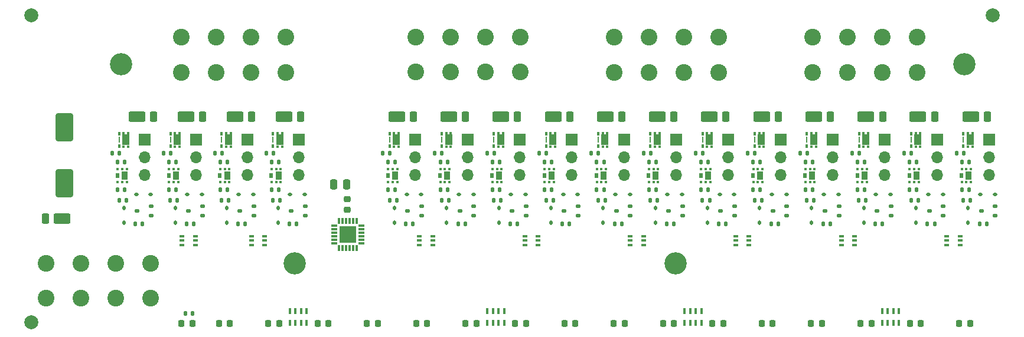
<source format=gbr>
%TF.GenerationSoftware,KiCad,Pcbnew,8.99.0-3338-g9b4c1024c9*%
%TF.CreationDate,2024-12-09T11:14:18+02:00*%
%TF.ProjectId,control_unit_v2_upper,636f6e74-726f-46c5-9f75-6e69745f7632,rev?*%
%TF.SameCoordinates,Original*%
%TF.FileFunction,Soldermask,Top*%
%TF.FilePolarity,Negative*%
%FSLAX46Y46*%
G04 Gerber Fmt 4.6, Leading zero omitted, Abs format (unit mm)*
G04 Created by KiCad (PCBNEW 8.99.0-3338-g9b4c1024c9) date 2024-12-09 11:14:18*
%MOMM*%
%LPD*%
G01*
G04 APERTURE LIST*
G04 Aperture macros list*
%AMRoundRect*
0 Rectangle with rounded corners*
0 $1 Rounding radius*
0 $2 $3 $4 $5 $6 $7 $8 $9 X,Y pos of 4 corners*
0 Add a 4 corners polygon primitive as box body*
4,1,4,$2,$3,$4,$5,$6,$7,$8,$9,$2,$3,0*
0 Add four circle primitives for the rounded corners*
1,1,$1+$1,$2,$3*
1,1,$1+$1,$4,$5*
1,1,$1+$1,$6,$7*
1,1,$1+$1,$8,$9*
0 Add four rect primitives between the rounded corners*
20,1,$1+$1,$2,$3,$4,$5,0*
20,1,$1+$1,$4,$5,$6,$7,0*
20,1,$1+$1,$6,$7,$8,$9,0*
20,1,$1+$1,$8,$9,$2,$3,0*%
G04 Aperture macros list end*
%ADD10C,2.000000*%
%ADD11RoundRect,0.135000X-0.135000X-0.185000X0.135000X-0.185000X0.135000X0.185000X-0.135000X0.185000X0*%
%ADD12R,0.400000X0.350000*%
%ADD13R,1.050000X1.600000*%
%ADD14R,0.400000X0.500000*%
%ADD15R,0.285000X0.920000*%
%ADD16RoundRect,0.135000X0.135000X0.185000X-0.135000X0.185000X-0.135000X-0.185000X0.135000X-0.185000X0*%
%ADD17RoundRect,0.112500X0.237500X-0.112500X0.237500X0.112500X-0.237500X0.112500X-0.237500X-0.112500X0*%
%ADD18C,3.200000*%
%ADD19R,0.400000X0.900000*%
%ADD20RoundRect,0.112500X-0.112500X0.187500X-0.112500X-0.187500X0.112500X-0.187500X0.112500X0.187500X0*%
%ADD21RoundRect,0.218750X0.218750X0.256250X-0.218750X0.256250X-0.218750X-0.256250X0.218750X-0.256250X0*%
%ADD22R,1.700000X1.700000*%
%ADD23O,1.700000X1.700000*%
%ADD24RoundRect,0.112500X-0.187500X-0.112500X0.187500X-0.112500X0.187500X0.112500X-0.187500X0.112500X0*%
%ADD25RoundRect,0.250000X0.950000X0.500000X-0.950000X0.500000X-0.950000X-0.500000X0.950000X-0.500000X0*%
%ADD26RoundRect,0.250000X0.275000X0.500000X-0.275000X0.500000X-0.275000X-0.500000X0.275000X-0.500000X0*%
%ADD27RoundRect,0.250000X-0.250000X-0.475000X0.250000X-0.475000X0.250000X0.475000X-0.250000X0.475000X0*%
%ADD28R,0.400000X0.425000*%
%ADD29R,0.950000X1.150000*%
%ADD30R,0.480000X0.800000*%
%ADD31RoundRect,0.100000X0.225000X0.100000X-0.225000X0.100000X-0.225000X-0.100000X0.225000X-0.100000X0*%
%ADD32RoundRect,0.250000X-0.950000X-0.500000X0.950000X-0.500000X0.950000X0.500000X-0.950000X0.500000X0*%
%ADD33RoundRect,0.250000X-0.275000X-0.500000X0.275000X-0.500000X0.275000X0.500000X-0.275000X0.500000X0*%
%ADD34C,2.400000*%
%ADD35RoundRect,0.218750X-0.218750X-0.256250X0.218750X-0.256250X0.218750X0.256250X-0.218750X0.256250X0*%
%ADD36RoundRect,0.075000X-0.362500X-0.075000X0.362500X-0.075000X0.362500X0.075000X-0.362500X0.075000X0*%
%ADD37RoundRect,0.075000X-0.075000X-0.362500X0.075000X-0.362500X0.075000X0.362500X-0.075000X0.362500X0*%
%ADD38R,2.450000X2.450000*%
%ADD39RoundRect,0.225000X0.250000X-0.225000X0.250000X0.225000X-0.250000X0.225000X-0.250000X-0.225000X0*%
%ADD40RoundRect,0.250000X1.000000X-1.750000X1.000000X1.750000X-1.000000X1.750000X-1.000000X-1.750000X0*%
G04 APERTURE END LIST*
D10*
%TO.C,FID2*%
X62120000Y-61420000D03*
%TD*%
%TO.C,FID3*%
X199910000Y-61420000D03*
%TD*%
%TO.C,FID1*%
X62110000Y-105520000D03*
%TD*%
D11*
%TO.C,R17*%
X142392424Y-81295000D03*
X143412424Y-81295000D03*
%TD*%
D12*
%TO.C,Q5*%
X83343333Y-80320000D03*
X83343333Y-78370000D03*
D13*
X83018333Y-79345000D03*
D12*
X82693333Y-80320000D03*
X82693333Y-78370000D03*
D14*
X82043333Y-78445000D03*
X82043333Y-80245000D03*
D15*
X82043333Y-79345000D03*
%TD*%
D16*
%TO.C,R4*%
X75495000Y-82495000D03*
X74475000Y-82495000D03*
%TD*%
%TO.C,R87*%
X191601060Y-91395000D03*
X190581060Y-91395000D03*
%TD*%
D11*
%TO.C,R7*%
X95775000Y-81295000D03*
X96795000Y-81295000D03*
%TD*%
D16*
%TO.C,R30*%
X114278333Y-82495000D03*
X113258333Y-82495000D03*
%TD*%
D11*
%TO.C,R14*%
X134915151Y-81295000D03*
X135935151Y-81295000D03*
%TD*%
D17*
%TO.C,Q58*%
X155454697Y-90195000D03*
X155454697Y-88895000D03*
X153454697Y-89545000D03*
%TD*%
D18*
%TO.C,H2*%
X99875000Y-97050000D03*
%TD*%
D11*
%TO.C,R10*%
X82033333Y-87995000D03*
X83053333Y-87995000D03*
%TD*%
D19*
%TO.C,RN3*%
X155785000Y-105620000D03*
X156585000Y-105620000D03*
X157385000Y-105620000D03*
X158185000Y-105620000D03*
X158185000Y-103920000D03*
X157385000Y-103920000D03*
X156585000Y-103920000D03*
X155785000Y-103920000D03*
%TD*%
D20*
%TO.C,D44*%
X188941060Y-89145000D03*
X188941060Y-91245000D03*
%TD*%
D16*
%TO.C,R1*%
X78045000Y-91395000D03*
X77025000Y-91395000D03*
%TD*%
D12*
%TO.C,Q11*%
X98060000Y-80320000D03*
X98060000Y-78370000D03*
D13*
X97735000Y-79345000D03*
D12*
X97410000Y-80320000D03*
X97410000Y-78370000D03*
D14*
X96760000Y-78445000D03*
X96760000Y-80245000D03*
D15*
X96760000Y-79345000D03*
%TD*%
D21*
%TO.C,D62*%
X175468000Y-105757500D03*
X173893000Y-105757500D03*
%TD*%
D12*
%TO.C,Q8*%
X90701667Y-80320000D03*
X90701667Y-78370000D03*
D13*
X90376667Y-79345000D03*
D12*
X90051667Y-80320000D03*
X90051667Y-78370000D03*
D14*
X89401667Y-78445000D03*
X89401667Y-80245000D03*
D15*
X89401667Y-79345000D03*
%TD*%
D21*
%TO.C,D63*%
X182543667Y-105757500D03*
X180968667Y-105757500D03*
%TD*%
D16*
%TO.C,R90*%
X189051060Y-82495000D03*
X188031060Y-82495000D03*
%TD*%
D17*
%TO.C,Q54*%
X125545606Y-90195000D03*
X125545606Y-88895000D03*
X123545606Y-89545000D03*
%TD*%
D22*
%TO.C,J11*%
X117168333Y-79295000D03*
D23*
X117168333Y-81835000D03*
X117168333Y-84375000D03*
%TD*%
D24*
%TO.C,D30*%
X153304697Y-87195000D03*
X155404697Y-87195000D03*
%TD*%
D17*
%TO.C,Q57*%
X147977424Y-90195000D03*
X147977424Y-88895000D03*
X145977424Y-89545000D03*
%TD*%
D16*
%TO.C,R44*%
X129232878Y-86495000D03*
X128212878Y-86495000D03*
%TD*%
D11*
%TO.C,R46*%
X135890151Y-87995000D03*
X136910151Y-87995000D03*
%TD*%
D25*
%TO.C,D4*%
X77260000Y-76045000D03*
D26*
X79635000Y-76045000D03*
%TD*%
D27*
%TO.C,C2*%
X105410000Y-85770000D03*
X107310000Y-85770000D03*
%TD*%
D11*
%TO.C,R3*%
X73700000Y-81295000D03*
X74720000Y-81295000D03*
%TD*%
D16*
%TO.C,R61*%
X189051060Y-86495000D03*
X188031060Y-86495000D03*
%TD*%
D28*
%TO.C,Q9*%
X90501667Y-83565000D03*
X89851667Y-83565000D03*
X89201667Y-83565000D03*
X89201667Y-85440000D03*
X89851667Y-85440000D03*
X90501667Y-85440000D03*
D29*
X90176667Y-84502500D03*
D30*
X89151667Y-84502500D03*
%TD*%
D22*
%TO.C,J19*%
X176986515Y-79295000D03*
D23*
X176986515Y-81835000D03*
X176986515Y-84375000D03*
%TD*%
D20*
%TO.C,D14*%
X114168333Y-89145000D03*
X114168333Y-91245000D03*
%TD*%
D11*
%TO.C,R64*%
X158321969Y-87995000D03*
X159341969Y-87995000D03*
%TD*%
D25*
%TO.C,D19*%
X121926667Y-76045000D03*
D26*
X124301667Y-76045000D03*
%TD*%
D24*
%TO.C,D48*%
X198168333Y-87195000D03*
X200268333Y-87195000D03*
%TD*%
D17*
%TO.C,Q59*%
X162931969Y-90195000D03*
X162931969Y-88895000D03*
X160931969Y-89545000D03*
%TD*%
D16*
%TO.C,R33*%
X124305606Y-91395000D03*
X123285606Y-91395000D03*
%TD*%
D17*
%TO.C,Q52*%
X101360000Y-90195000D03*
X101360000Y-88895000D03*
X99360000Y-89545000D03*
%TD*%
D16*
%TO.C,R81*%
X184123788Y-91395000D03*
X183103788Y-91395000D03*
%TD*%
D11*
%TO.C,R58*%
X150844697Y-87995000D03*
X151864697Y-87995000D03*
%TD*%
%TO.C,R2*%
X74675000Y-87995000D03*
X75695000Y-87995000D03*
%TD*%
D24*
%TO.C,D42*%
X183213788Y-87195000D03*
X185313788Y-87195000D03*
%TD*%
D17*
%TO.C,Q1*%
X79285000Y-90195000D03*
X79285000Y-88895000D03*
X77285000Y-89545000D03*
%TD*%
D16*
%TO.C,R12*%
X82853333Y-82495000D03*
X81833333Y-82495000D03*
%TD*%
D28*
%TO.C,Q15*%
X114568333Y-83565000D03*
X113918333Y-83565000D03*
X113268333Y-83565000D03*
X113268333Y-85440000D03*
X113918333Y-85440000D03*
X114568333Y-85440000D03*
D29*
X114243333Y-84502500D03*
D30*
X113218333Y-84502500D03*
%TD*%
D25*
%TO.C,D7*%
X84276667Y-76045000D03*
D26*
X86651667Y-76045000D03*
%TD*%
D12*
%TO.C,Q17*%
X122245606Y-80320000D03*
X122245606Y-78370000D03*
D13*
X121920606Y-79345000D03*
D12*
X121595606Y-80320000D03*
X121595606Y-78370000D03*
D14*
X120945606Y-78445000D03*
X120945606Y-80245000D03*
D15*
X120945606Y-79345000D03*
%TD*%
D12*
%TO.C,Q29*%
X152154697Y-80320000D03*
X152154697Y-78370000D03*
D13*
X151829697Y-79345000D03*
D12*
X151504697Y-80320000D03*
X151504697Y-78370000D03*
D14*
X150854697Y-78445000D03*
X150854697Y-80245000D03*
D15*
X150854697Y-79345000D03*
%TD*%
D21*
%TO.C,D57*%
X140089667Y-105757500D03*
X138514667Y-105757500D03*
%TD*%
D16*
%TO.C,R84*%
X181573788Y-82495000D03*
X180553788Y-82495000D03*
%TD*%
D25*
%TO.C,D13*%
X98335000Y-76045000D03*
D26*
X100710000Y-76045000D03*
%TD*%
D11*
%TO.C,R8*%
X112483333Y-81295000D03*
X113503333Y-81295000D03*
%TD*%
D21*
%TO.C,D51*%
X97635667Y-105757500D03*
X96060667Y-105757500D03*
%TD*%
D22*
%TO.C,J15*%
X147077424Y-79295000D03*
D23*
X147077424Y-81835000D03*
X147077424Y-84375000D03*
%TD*%
D11*
%TO.C,R31*%
X194733333Y-81295000D03*
X195753333Y-81295000D03*
%TD*%
D16*
%TO.C,R57*%
X154214697Y-91395000D03*
X153194697Y-91395000D03*
%TD*%
D12*
%TO.C,Q26*%
X144677424Y-80320000D03*
X144677424Y-78370000D03*
D13*
X144352424Y-79345000D03*
D12*
X144027424Y-80320000D03*
X144027424Y-78370000D03*
D14*
X143377424Y-78445000D03*
X143377424Y-80245000D03*
D15*
X143377424Y-79345000D03*
%TD*%
D19*
%TO.C,RN1*%
X99185000Y-105620000D03*
X99985000Y-105620000D03*
X100785000Y-105620000D03*
X101585000Y-105620000D03*
X101585000Y-103920000D03*
X100785000Y-103920000D03*
X99985000Y-103920000D03*
X99185000Y-103920000D03*
%TD*%
D28*
%TO.C,Q39*%
X174386515Y-83565000D03*
X173736515Y-83565000D03*
X173086515Y-83565000D03*
X173086515Y-85440000D03*
X173736515Y-85440000D03*
X174386515Y-85440000D03*
D29*
X174061515Y-84502500D03*
D30*
X173036515Y-84502500D03*
%TD*%
D20*
%TO.C,D29*%
X151554697Y-89145000D03*
X151554697Y-91245000D03*
%TD*%
D25*
%TO.C,D37*%
X166826667Y-76045000D03*
D26*
X169201667Y-76045000D03*
%TD*%
D11*
%TO.C,R20*%
X157346969Y-81295000D03*
X158366969Y-81295000D03*
%TD*%
%TO.C,R40*%
X128412878Y-87995000D03*
X129432878Y-87995000D03*
%TD*%
D16*
%TO.C,R32*%
X75495000Y-86495000D03*
X74475000Y-86495000D03*
%TD*%
D17*
%TO.C,Q62*%
X185363788Y-90195000D03*
X185363788Y-88895000D03*
X183363788Y-89545000D03*
%TD*%
D20*
%TO.C,D2*%
X75385000Y-89145000D03*
X75385000Y-91245000D03*
%TD*%
%TO.C,D11*%
X97460000Y-89145000D03*
X97460000Y-91245000D03*
%TD*%
D31*
%TO.C,U8*%
X180135000Y-94457500D03*
X180135000Y-93807500D03*
X180135000Y-93157500D03*
X178235000Y-93157500D03*
X178235000Y-93807500D03*
X178235000Y-94457500D03*
%TD*%
D22*
%TO.C,J10*%
X100460000Y-79295000D03*
D23*
X100460000Y-81835000D03*
X100460000Y-84375000D03*
%TD*%
D25*
%TO.C,D49*%
X196776667Y-76044999D03*
D26*
X199151667Y-76044999D03*
%TD*%
D11*
%TO.C,R76*%
X173276515Y-87995000D03*
X174296515Y-87995000D03*
%TD*%
D17*
%TO.C,Q56*%
X140500151Y-90195000D03*
X140500151Y-88895000D03*
X138500151Y-89545000D03*
%TD*%
D16*
%TO.C,R42*%
X129232878Y-82495000D03*
X128212878Y-82495000D03*
%TD*%
D22*
%TO.C,J13*%
X132122878Y-79295000D03*
D23*
X132122878Y-81835000D03*
X132122878Y-84375000D03*
%TD*%
D25*
%TO.C,D43*%
X181776667Y-76045000D03*
D26*
X184151667Y-76045000D03*
%TD*%
D31*
%TO.C,U7*%
X165010000Y-94457500D03*
X165010000Y-93807500D03*
X165010000Y-93157500D03*
X163110000Y-93157500D03*
X163110000Y-93807500D03*
X163110000Y-94457500D03*
%TD*%
D24*
%TO.C,D27*%
X145827424Y-87195000D03*
X147927424Y-87195000D03*
%TD*%
D25*
%TO.C,D46*%
X189226667Y-76045000D03*
D26*
X191601667Y-76045000D03*
%TD*%
D17*
%TO.C,Q50*%
X94001667Y-90195000D03*
X94001667Y-88895000D03*
X92001667Y-89545000D03*
%TD*%
D22*
%TO.C,J12*%
X124645606Y-79295000D03*
D23*
X124645606Y-81835000D03*
X124645606Y-84375000D03*
%TD*%
D28*
%TO.C,Q48*%
X196818333Y-83565000D03*
X196168333Y-83565000D03*
X195518333Y-83565000D03*
X195518333Y-85440000D03*
X196168333Y-85440000D03*
X196818333Y-85440000D03*
D29*
X196493333Y-84502500D03*
D30*
X195468333Y-84502500D03*
%TD*%
D16*
%TO.C,R15*%
X92761667Y-91395000D03*
X91741667Y-91395000D03*
%TD*%
D11*
%TO.C,R70*%
X165799242Y-87995000D03*
X166819242Y-87995000D03*
%TD*%
D32*
%TO.C,D1*%
X66535000Y-90620000D03*
D33*
X64160000Y-90620000D03*
%TD*%
D11*
%TO.C,R19*%
X149869697Y-81295000D03*
X150889697Y-81295000D03*
%TD*%
D28*
%TO.C,Q3*%
X75785000Y-83565000D03*
X75135000Y-83565000D03*
X74485000Y-83565000D03*
X74485000Y-85440000D03*
X75135000Y-85440000D03*
X75785000Y-85440000D03*
D29*
X75460000Y-84502500D03*
D30*
X74435000Y-84502500D03*
%TD*%
D24*
%TO.C,D15*%
X115918333Y-87195000D03*
X118018333Y-87195000D03*
%TD*%
D17*
%TO.C,Q64*%
X200318333Y-90195000D03*
X200318333Y-88895000D03*
X198318333Y-89545000D03*
%TD*%
D34*
%TO.C,J3*%
X83610000Y-64620000D03*
X83610000Y-69620000D03*
X88610000Y-64620000D03*
X88610000Y-69620000D03*
X93610000Y-64620000D03*
X93610000Y-69620000D03*
X98610000Y-64620000D03*
X98610000Y-69620000D03*
%TD*%
D16*
%TO.C,R48*%
X136710151Y-82495000D03*
X135690151Y-82495000D03*
%TD*%
D21*
%TO.C,D56*%
X133014000Y-105757500D03*
X131439000Y-105757500D03*
%TD*%
D24*
%TO.C,D9*%
X91851667Y-87195000D03*
X93951667Y-87195000D03*
%TD*%
%TO.C,D45*%
X190691060Y-87195000D03*
X192791060Y-87195000D03*
%TD*%
D20*
%TO.C,D38*%
X173986515Y-89145000D03*
X173986515Y-91245000D03*
%TD*%
D16*
%TO.C,R63*%
X161691969Y-91395000D03*
X160671969Y-91395000D03*
%TD*%
D11*
%TO.C,R26*%
X179778788Y-81295000D03*
X180798788Y-81295000D03*
%TD*%
D16*
%TO.C,R53*%
X159141969Y-86495000D03*
X158121969Y-86495000D03*
%TD*%
D11*
%TO.C,R82*%
X180753788Y-87995000D03*
X181773788Y-87995000D03*
%TD*%
D16*
%TO.C,R43*%
X121755606Y-86495000D03*
X120735606Y-86495000D03*
%TD*%
D28*
%TO.C,Q21*%
X129522878Y-83565000D03*
X128872878Y-83565000D03*
X128222878Y-83565000D03*
X128222878Y-85440000D03*
X128872878Y-85440000D03*
X129522878Y-85440000D03*
D29*
X129197878Y-84502500D03*
D30*
X128172878Y-84502500D03*
%TD*%
D16*
%TO.C,R62*%
X196528333Y-86495000D03*
X195508333Y-86495000D03*
%TD*%
%TO.C,R50*%
X151664697Y-86495000D03*
X150644697Y-86495000D03*
%TD*%
%TO.C,R39*%
X131782878Y-91395000D03*
X130762878Y-91395000D03*
%TD*%
D22*
%TO.C,J17*%
X162031969Y-79295000D03*
D23*
X162031969Y-81835000D03*
X162031969Y-84375000D03*
%TD*%
D28*
%TO.C,Q27*%
X144477424Y-83565000D03*
X143827424Y-83565000D03*
X143177424Y-83565000D03*
X143177424Y-85440000D03*
X143827424Y-85440000D03*
X144477424Y-85440000D03*
D29*
X144152424Y-84502500D03*
D30*
X143127424Y-84502500D03*
%TD*%
D16*
%TO.C,R36*%
X121755606Y-82495000D03*
X120735606Y-82495000D03*
%TD*%
D31*
%TO.C,U4*%
X119635000Y-94457500D03*
X119635000Y-93807500D03*
X119635000Y-93157500D03*
X117735000Y-93157500D03*
X117735000Y-93807500D03*
X117735000Y-94457500D03*
%TD*%
D11*
%TO.C,R11*%
X119960606Y-81295000D03*
X120980606Y-81295000D03*
%TD*%
D18*
%TO.C,H4*%
X195875000Y-68500000D03*
%TD*%
D16*
%TO.C,R9*%
X85403333Y-91395000D03*
X84383333Y-91395000D03*
%TD*%
D22*
%TO.C,J9*%
X93101667Y-79295000D03*
D23*
X93101667Y-81835000D03*
X93101667Y-84375000D03*
%TD*%
D20*
%TO.C,D20*%
X129122878Y-89145000D03*
X129122878Y-91245000D03*
%TD*%
%TO.C,D41*%
X181463788Y-89145000D03*
X181463788Y-91245000D03*
%TD*%
D16*
%TO.C,R49*%
X144187424Y-86495000D03*
X143167424Y-86495000D03*
%TD*%
D25*
%TO.C,D16*%
X114476667Y-76044999D03*
D26*
X116851667Y-76044999D03*
%TD*%
D22*
%TO.C,J8*%
X85743333Y-79295000D03*
D23*
X85743333Y-81835000D03*
X85743333Y-84375000D03*
%TD*%
D25*
%TO.C,D28*%
X144376667Y-76045000D03*
D26*
X146751667Y-76045000D03*
%TD*%
D16*
%TO.C,R66*%
X159141969Y-82495000D03*
X158121969Y-82495000D03*
%TD*%
%TO.C,R21*%
X100120000Y-91395000D03*
X99100000Y-91395000D03*
%TD*%
D11*
%TO.C,R52*%
X143367424Y-87995000D03*
X144387424Y-87995000D03*
%TD*%
D28*
%TO.C,Q30*%
X151954697Y-83565000D03*
X151304697Y-83565000D03*
X150654697Y-83565000D03*
X150654697Y-85440000D03*
X151304697Y-85440000D03*
X151954697Y-85440000D03*
D29*
X151629697Y-84502500D03*
D30*
X150604697Y-84502500D03*
%TD*%
D16*
%TO.C,R78*%
X174096515Y-82495000D03*
X173076515Y-82495000D03*
%TD*%
D24*
%TO.C,D18*%
X123395606Y-87195000D03*
X125495606Y-87195000D03*
%TD*%
D16*
%TO.C,R38*%
X97570000Y-86495000D03*
X96550000Y-86495000D03*
%TD*%
D12*
%TO.C,Q20*%
X129722878Y-80320000D03*
X129722878Y-78370000D03*
D13*
X129397878Y-79345000D03*
D12*
X129072878Y-80320000D03*
X129072878Y-78370000D03*
D14*
X128422878Y-78445000D03*
X128422878Y-80245000D03*
D15*
X128422878Y-79345000D03*
%TD*%
D21*
%TO.C,D50*%
X90560000Y-105757500D03*
X88985000Y-105757500D03*
%TD*%
D20*
%TO.C,D8*%
X90101667Y-89145000D03*
X90101667Y-91245000D03*
%TD*%
D17*
%TO.C,Q51*%
X86643333Y-90195000D03*
X86643333Y-88895000D03*
X84643333Y-89545000D03*
%TD*%
D20*
%TO.C,D32*%
X159031969Y-89145000D03*
X159031969Y-91245000D03*
%TD*%
D21*
%TO.C,D52*%
X104711333Y-105757500D03*
X103136333Y-105757500D03*
%TD*%
D24*
%TO.C,D33*%
X160781969Y-87195000D03*
X162881969Y-87195000D03*
%TD*%
D11*
%TO.C,R94*%
X195708333Y-87995000D03*
X196728333Y-87995000D03*
%TD*%
D20*
%TO.C,D5*%
X82743333Y-89145000D03*
X82743333Y-91245000D03*
%TD*%
D34*
%TO.C,J2*%
X64210000Y-97120000D03*
X64210000Y-102120000D03*
X69210000Y-97120000D03*
X69210000Y-102120000D03*
X74210000Y-97120000D03*
X74210000Y-102120000D03*
X79210000Y-97120000D03*
X79210000Y-102120000D03*
%TD*%
D16*
%TO.C,R24*%
X97570000Y-82495000D03*
X96550000Y-82495000D03*
%TD*%
D24*
%TO.C,D6*%
X84493333Y-87195000D03*
X86593333Y-87195000D03*
%TD*%
D16*
%TO.C,R37*%
X82853333Y-86495000D03*
X81833333Y-86495000D03*
%TD*%
D25*
%TO.C,D34*%
X159326667Y-76044999D03*
D26*
X161701667Y-76044999D03*
%TD*%
D34*
%TO.C,J5*%
X145660000Y-64620000D03*
X145660000Y-69620000D03*
X150660000Y-64620000D03*
X150660000Y-69620000D03*
X155660000Y-64620000D03*
X155660000Y-69620000D03*
X160660000Y-64620000D03*
X160660000Y-69620000D03*
%TD*%
D21*
%TO.C,D53*%
X111787000Y-105757500D03*
X110212000Y-105757500D03*
%TD*%
D22*
%TO.C,J18*%
X169509242Y-79295000D03*
D23*
X169509242Y-81835000D03*
X169509242Y-84375000D03*
%TD*%
D16*
%TO.C,R55*%
X166619242Y-86495000D03*
X165599242Y-86495000D03*
%TD*%
D19*
%TO.C,RN2*%
X127485000Y-105620000D03*
X128285000Y-105620000D03*
X129085000Y-105620000D03*
X129885000Y-105620000D03*
X129885000Y-103920000D03*
X129085000Y-103920000D03*
X128285000Y-103920000D03*
X127485000Y-103920000D03*
%TD*%
D22*
%TO.C,J21*%
X191941060Y-79295000D03*
D23*
X191941060Y-81835000D03*
X191941060Y-84375000D03*
%TD*%
D17*
%TO.C,Q63*%
X192841060Y-90195000D03*
X192841060Y-88895000D03*
X190841060Y-89545000D03*
%TD*%
D20*
%TO.C,D47*%
X196418333Y-89145000D03*
X196418333Y-91245000D03*
%TD*%
D11*
%TO.C,R29*%
X187256060Y-81295000D03*
X188276060Y-81295000D03*
%TD*%
%TO.C,R13*%
X127437878Y-81295000D03*
X128457878Y-81295000D03*
%TD*%
D12*
%TO.C,Q35*%
X167109242Y-80320000D03*
X167109242Y-78370000D03*
D13*
X166784242Y-79345000D03*
D12*
X166459242Y-80320000D03*
X166459242Y-78370000D03*
D14*
X165809242Y-78445000D03*
X165809242Y-80245000D03*
D15*
X165809242Y-79345000D03*
%TD*%
D11*
%TO.C,R16*%
X89391667Y-87995000D03*
X90411667Y-87995000D03*
%TD*%
D12*
%TO.C,Q23*%
X137200151Y-80320000D03*
X137200151Y-78370000D03*
D13*
X136875151Y-79345000D03*
D12*
X136550151Y-80320000D03*
X136550151Y-78370000D03*
D14*
X135900151Y-78445000D03*
X135900151Y-80245000D03*
D15*
X135900151Y-79345000D03*
%TD*%
D12*
%TO.C,Q41*%
X182063788Y-80320000D03*
X182063788Y-78370000D03*
D13*
X181738788Y-79345000D03*
D12*
X181413788Y-80320000D03*
X181413788Y-78370000D03*
D14*
X180763788Y-78445000D03*
X180763788Y-80245000D03*
D15*
X180763788Y-79345000D03*
%TD*%
D12*
%TO.C,Q44*%
X189541060Y-80320000D03*
X189541060Y-78370000D03*
D13*
X189216060Y-79345000D03*
D12*
X188891060Y-80320000D03*
X188891060Y-78370000D03*
D14*
X188241060Y-78445000D03*
X188241060Y-80245000D03*
D15*
X188241060Y-79345000D03*
%TD*%
D16*
%TO.C,R18*%
X90211667Y-82495000D03*
X89191667Y-82495000D03*
%TD*%
D11*
%TO.C,R23*%
X164824242Y-81295000D03*
X165844242Y-81295000D03*
%TD*%
D22*
%TO.C,J14*%
X139600151Y-79295000D03*
D23*
X139600151Y-81835000D03*
X139600151Y-84375000D03*
%TD*%
D16*
%TO.C,R41*%
X114278333Y-86495000D03*
X113258333Y-86495000D03*
%TD*%
D31*
%TO.C,U6*%
X149885000Y-94457500D03*
X149885000Y-93807500D03*
X149885000Y-93157500D03*
X147985000Y-93157500D03*
X147985000Y-93807500D03*
X147985000Y-94457500D03*
%TD*%
D21*
%TO.C,D54*%
X118862667Y-105757500D03*
X117287667Y-105757500D03*
%TD*%
D17*
%TO.C,Q55*%
X133022878Y-90195000D03*
X133022878Y-88895000D03*
X131022878Y-89545000D03*
%TD*%
D28*
%TO.C,Q24*%
X137000151Y-83565000D03*
X136350151Y-83565000D03*
X135700151Y-83565000D03*
X135700151Y-85440000D03*
X136350151Y-85440000D03*
X137000151Y-85440000D03*
D29*
X136675151Y-84502500D03*
D30*
X135650151Y-84502500D03*
%TD*%
D21*
%TO.C,D58*%
X147165333Y-105757500D03*
X145590333Y-105757500D03*
%TD*%
D22*
%TO.C,J20*%
X184463788Y-79295000D03*
D23*
X184463788Y-81835000D03*
X184463788Y-84375000D03*
%TD*%
D25*
%TO.C,D22*%
X129426667Y-76045000D03*
D26*
X131801667Y-76045000D03*
%TD*%
D16*
%TO.C,R75*%
X176646515Y-91395000D03*
X175626515Y-91395000D03*
%TD*%
%TO.C,R65*%
X85207500Y-104245000D03*
X84187500Y-104245000D03*
%TD*%
D25*
%TO.C,D10*%
X91301666Y-76045000D03*
D26*
X93676666Y-76045000D03*
%TD*%
D31*
%TO.C,U2*%
X85610000Y-94457500D03*
X85610000Y-93807500D03*
X85610000Y-93157500D03*
X83710000Y-93157500D03*
X83710000Y-93807500D03*
X83710000Y-94457500D03*
%TD*%
D12*
%TO.C,Q14*%
X114768333Y-80320000D03*
X114768333Y-78370000D03*
D13*
X114443333Y-79345000D03*
D12*
X114118333Y-80320000D03*
X114118333Y-78370000D03*
D14*
X113468333Y-78445000D03*
X113468333Y-80245000D03*
D15*
X113468333Y-79345000D03*
%TD*%
D19*
%TO.C,RN4*%
X184085000Y-105620000D03*
X184885000Y-105620000D03*
X185685000Y-105620000D03*
X186485000Y-105620000D03*
X186485000Y-103920000D03*
X185685000Y-103920000D03*
X184885000Y-103920000D03*
X184085000Y-103920000D03*
%TD*%
D11*
%TO.C,R22*%
X96750000Y-87995000D03*
X97770000Y-87995000D03*
%TD*%
D28*
%TO.C,Q45*%
X189341060Y-83565000D03*
X188691060Y-83565000D03*
X188041060Y-83565000D03*
X188041060Y-85440000D03*
X188691060Y-85440000D03*
X189341060Y-85440000D03*
D29*
X189016060Y-84502500D03*
D30*
X187991060Y-84502500D03*
%TD*%
D11*
%TO.C,R88*%
X188231060Y-87995000D03*
X189251060Y-87995000D03*
%TD*%
D16*
%TO.C,R35*%
X90211667Y-86495000D03*
X89191667Y-86495000D03*
%TD*%
D21*
%TO.C,D55*%
X125938333Y-105757500D03*
X124363333Y-105757500D03*
%TD*%
D17*
%TO.C,Q53*%
X118068333Y-90195000D03*
X118068333Y-88895000D03*
X116068333Y-89545000D03*
%TD*%
D16*
%TO.C,R56*%
X174096515Y-86495000D03*
X173076515Y-86495000D03*
%TD*%
%TO.C,R72*%
X166619242Y-82495000D03*
X165599242Y-82495000D03*
%TD*%
D35*
%TO.C,D66*%
X83610000Y-105745000D03*
X85185000Y-105745000D03*
%TD*%
D18*
%TO.C,H1*%
X154500000Y-97050000D03*
%TD*%
D12*
%TO.C,Q32*%
X159631969Y-80320000D03*
X159631969Y-78370000D03*
D13*
X159306969Y-79345000D03*
D12*
X158981969Y-80320000D03*
X158981969Y-78370000D03*
D14*
X158331969Y-78445000D03*
X158331969Y-80245000D03*
D15*
X158331969Y-79345000D03*
%TD*%
D20*
%TO.C,D35*%
X166509242Y-89145000D03*
X166509242Y-91245000D03*
%TD*%
D16*
%TO.C,R60*%
X151664697Y-82495000D03*
X150644697Y-82495000D03*
%TD*%
D21*
%TO.C,D65*%
X196695000Y-105757500D03*
X195120000Y-105757500D03*
%TD*%
D36*
%TO.C,U1*%
X105535000Y-91670000D03*
X105535000Y-92170000D03*
X105535000Y-92670000D03*
X105535000Y-93170000D03*
X105535000Y-93670000D03*
X105535000Y-94170000D03*
D37*
X106222500Y-94857500D03*
X106722500Y-94857500D03*
X107222500Y-94857500D03*
X107722500Y-94857500D03*
X108222500Y-94857500D03*
X108722500Y-94857500D03*
D36*
X109410000Y-94170000D03*
X109410000Y-93670000D03*
X109410000Y-93170000D03*
X109410000Y-92670000D03*
X109410000Y-92170000D03*
X109410000Y-91670000D03*
D37*
X108722500Y-90982500D03*
X108222500Y-90982500D03*
X107722500Y-90982500D03*
X107222500Y-90982500D03*
X106722500Y-90982500D03*
X106222500Y-90982500D03*
D38*
X107472500Y-92920000D03*
%TD*%
D24*
%TO.C,D39*%
X175736515Y-87195000D03*
X177836515Y-87195000D03*
%TD*%
D20*
%TO.C,D23*%
X136600151Y-89145000D03*
X136600151Y-91245000D03*
%TD*%
D24*
%TO.C,D3*%
X77135000Y-87195000D03*
X79235000Y-87195000D03*
%TD*%
D11*
%TO.C,R28*%
X113458333Y-87995000D03*
X114478333Y-87995000D03*
%TD*%
D12*
%TO.C,Q2*%
X75985000Y-80320000D03*
X75985000Y-78370000D03*
D13*
X75660000Y-79345000D03*
D12*
X75335000Y-80320000D03*
X75335000Y-78370000D03*
D14*
X74685000Y-78445000D03*
X74685000Y-80245000D03*
D15*
X74685000Y-79345000D03*
%TD*%
D16*
%TO.C,R69*%
X169169242Y-91395000D03*
X168149242Y-91395000D03*
%TD*%
D11*
%TO.C,R5*%
X88416667Y-81295000D03*
X89436667Y-81295000D03*
%TD*%
D21*
%TO.C,D60*%
X161316667Y-105757500D03*
X159741667Y-105757500D03*
%TD*%
D16*
%TO.C,R93*%
X199078333Y-91395000D03*
X198058333Y-91395000D03*
%TD*%
D12*
%TO.C,Q47*%
X197018333Y-80320000D03*
X197018333Y-78370000D03*
D13*
X196693333Y-79345000D03*
D12*
X196368333Y-80320000D03*
X196368333Y-78370000D03*
D14*
X195718333Y-78445000D03*
X195718333Y-80245000D03*
D15*
X195718333Y-79345000D03*
%TD*%
D24*
%TO.C,D21*%
X130872878Y-87195000D03*
X132972878Y-87195000D03*
%TD*%
D20*
%TO.C,D17*%
X121645606Y-89145000D03*
X121645606Y-91245000D03*
%TD*%
D21*
%TO.C,D64*%
X189619333Y-105757500D03*
X188044333Y-105757500D03*
%TD*%
D28*
%TO.C,Q36*%
X166909242Y-83565000D03*
X166259242Y-83565000D03*
X165609242Y-83565000D03*
X165609242Y-85440000D03*
X166259242Y-85440000D03*
X166909242Y-85440000D03*
D29*
X166584242Y-84502500D03*
D30*
X165559242Y-84502500D03*
%TD*%
D24*
%TO.C,D24*%
X138350151Y-87195000D03*
X140450151Y-87195000D03*
%TD*%
D16*
%TO.C,R54*%
X144187424Y-82495000D03*
X143167424Y-82495000D03*
%TD*%
D25*
%TO.C,D25*%
X136926667Y-76044999D03*
D26*
X139301667Y-76044999D03*
%TD*%
D24*
%TO.C,D12*%
X99210000Y-87195000D03*
X101310000Y-87195000D03*
%TD*%
D20*
%TO.C,D26*%
X144077424Y-89145000D03*
X144077424Y-91245000D03*
%TD*%
D24*
%TO.C,D36*%
X168259242Y-87195000D03*
X170359242Y-87195000D03*
%TD*%
D16*
%TO.C,R96*%
X196528333Y-82495000D03*
X195508333Y-82495000D03*
%TD*%
D11*
%TO.C,R34*%
X120935606Y-87995000D03*
X121955606Y-87995000D03*
%TD*%
D28*
%TO.C,Q18*%
X122045606Y-83565000D03*
X121395606Y-83565000D03*
X120745606Y-83565000D03*
X120745606Y-85440000D03*
X121395606Y-85440000D03*
X122045606Y-85440000D03*
D29*
X121720606Y-84502500D03*
D30*
X120695606Y-84502500D03*
%TD*%
D22*
%TO.C,J16*%
X154554697Y-79295000D03*
D23*
X154554697Y-81835000D03*
X154554697Y-84375000D03*
%TD*%
D28*
%TO.C,Q42*%
X181863788Y-83565000D03*
X181213788Y-83565000D03*
X180563788Y-83565000D03*
X180563788Y-85440000D03*
X181213788Y-85440000D03*
X181863788Y-85440000D03*
D29*
X181538788Y-84502500D03*
D30*
X180513788Y-84502500D03*
%TD*%
D21*
%TO.C,D61*%
X168392333Y-105757500D03*
X166817333Y-105757500D03*
%TD*%
D17*
%TO.C,Q60*%
X170409242Y-90195000D03*
X170409242Y-88895000D03*
X168409242Y-89545000D03*
%TD*%
D28*
%TO.C,Q12*%
X97860000Y-83565000D03*
X97210000Y-83565000D03*
X96560000Y-83565000D03*
X96560000Y-85440000D03*
X97210000Y-85440000D03*
X97860000Y-85440000D03*
D29*
X97535000Y-84502500D03*
D30*
X96510000Y-84502500D03*
%TD*%
D18*
%TO.C,H3*%
X75000000Y-68500000D03*
%TD*%
D16*
%TO.C,R51*%
X146737424Y-91395000D03*
X145717424Y-91395000D03*
%TD*%
D39*
%TO.C,C1*%
X107435000Y-89395000D03*
X107435000Y-87845000D03*
%TD*%
D12*
%TO.C,Q38*%
X174586515Y-80320000D03*
X174586515Y-78370000D03*
D13*
X174261515Y-79345000D03*
D12*
X173936515Y-80320000D03*
X173936515Y-78370000D03*
D14*
X173286515Y-78445000D03*
X173286515Y-80245000D03*
D15*
X173286515Y-79345000D03*
%TD*%
D16*
%TO.C,R47*%
X136710151Y-86495000D03*
X135690151Y-86495000D03*
%TD*%
D25*
%TO.C,D31*%
X151876667Y-76044999D03*
D26*
X154251667Y-76044999D03*
%TD*%
D28*
%TO.C,Q33*%
X159431969Y-83565000D03*
X158781969Y-83565000D03*
X158131969Y-83565000D03*
X158131969Y-85440000D03*
X158781969Y-85440000D03*
X159431969Y-85440000D03*
D29*
X159106969Y-84502500D03*
D30*
X158081969Y-84502500D03*
%TD*%
D31*
%TO.C,U9*%
X195260000Y-94457500D03*
X195260000Y-93807500D03*
X195260000Y-93157500D03*
X193360000Y-93157500D03*
X193360000Y-93807500D03*
X193360000Y-94457500D03*
%TD*%
%TO.C,U3*%
X95560000Y-94457500D03*
X95560000Y-93807500D03*
X95560000Y-93157500D03*
X93660000Y-93157500D03*
X93660000Y-93807500D03*
X93660000Y-94457500D03*
%TD*%
D16*
%TO.C,R27*%
X116828333Y-91395000D03*
X115808333Y-91395000D03*
%TD*%
D21*
%TO.C,D59*%
X154241000Y-105757500D03*
X152666000Y-105757500D03*
%TD*%
D25*
%TO.C,D40*%
X174276667Y-76044999D03*
D26*
X176651667Y-76044999D03*
%TD*%
D31*
%TO.C,U5*%
X134760000Y-94457500D03*
X134760000Y-93807500D03*
X134760000Y-93157500D03*
X132860000Y-93157500D03*
X132860000Y-93807500D03*
X132860000Y-94457500D03*
%TD*%
D17*
%TO.C,Q61*%
X177886515Y-90195000D03*
X177886515Y-88895000D03*
X175886515Y-89545000D03*
%TD*%
D11*
%TO.C,R6*%
X81058333Y-81295000D03*
X82078333Y-81295000D03*
%TD*%
%TO.C,R25*%
X172301515Y-81295000D03*
X173321515Y-81295000D03*
%TD*%
D28*
%TO.C,Q6*%
X83143333Y-83565000D03*
X82493333Y-83565000D03*
X81843333Y-83565000D03*
X81843333Y-85440000D03*
X82493333Y-85440000D03*
X83143333Y-85440000D03*
D29*
X82818333Y-84502500D03*
D30*
X81793333Y-84502500D03*
%TD*%
D40*
%TO.C,C3*%
X66810000Y-85552500D03*
X66810000Y-77552500D03*
%TD*%
D34*
%TO.C,J4*%
X117210000Y-64570000D03*
X117210000Y-69570000D03*
X122210000Y-64570000D03*
X122210000Y-69570000D03*
X127210000Y-64570000D03*
X127210000Y-69570000D03*
X132210000Y-64570000D03*
X132210000Y-69570000D03*
%TD*%
D22*
%TO.C,J22*%
X199418333Y-79295000D03*
D23*
X199418333Y-81835000D03*
X199418333Y-84375000D03*
%TD*%
D16*
%TO.C,R59*%
X181573788Y-86495000D03*
X180553788Y-86495000D03*
%TD*%
%TO.C,R45*%
X139260151Y-91395000D03*
X138240151Y-91395000D03*
%TD*%
D34*
%TO.C,J6*%
X174110000Y-64620000D03*
X174110000Y-69620000D03*
X179110000Y-64620000D03*
X179110000Y-69620000D03*
X184110000Y-64620000D03*
X184110000Y-69620000D03*
X189110000Y-64620000D03*
X189110000Y-69620000D03*
%TD*%
D22*
%TO.C,J7*%
X78385000Y-79295000D03*
D23*
X78385000Y-81835000D03*
X78385000Y-84375000D03*
%TD*%
M02*

</source>
